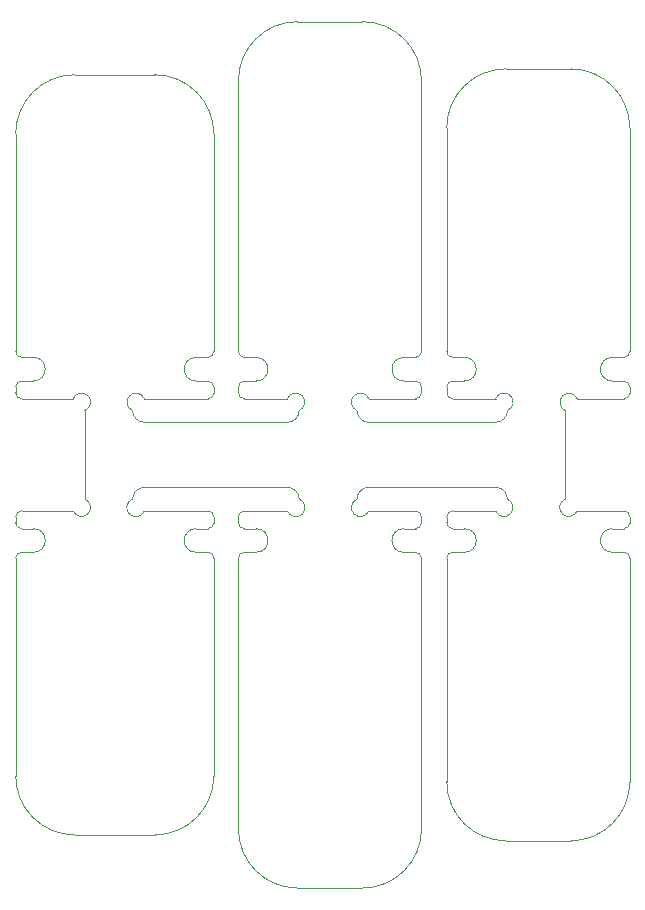
<source format=gbr>
G04 #@! TF.GenerationSoftware,KiCad,Pcbnew,9.0.2*
G04 #@! TF.CreationDate,2025-10-23T20:16:51-04:00*
G04 #@! TF.ProjectId,Trackball,54726163-6b62-4616-9c6c-2e6b69636164,rev?*
G04 #@! TF.SameCoordinates,Original*
G04 #@! TF.FileFunction,Profile,NP*
%FSLAX46Y46*%
G04 Gerber Fmt 4.6, Leading zero omitted, Abs format (unit mm)*
G04 Created by KiCad (PCBNEW 9.0.2) date 2025-10-23 20:16:51*
%MOMM*%
%LPD*%
G01*
G04 APERTURE LIST*
G04 #@! TA.AperFunction,Profile*
%ADD10C,0.050000*%
G04 #@! TD*
G04 APERTURE END LIST*
D10*
X7536092Y-90400000D02*
X7536092Y-91325102D01*
X-2823907Y-85400000D02*
G75*
G02*
X-3823907Y-86400000I-292061J-707939D01*
G01*
X-10100000Y-113328420D02*
G75*
G02*
X-15101580Y-118328421I-5000002J1D01*
G01*
X-25600001Y-90400000D02*
X-25600000Y-91325102D01*
X-29185000Y-75400000D02*
X-28185000Y-75400000D01*
X-38600000Y-85400000D02*
G75*
G02*
X-39600000Y-86400000I-291667J-708333D01*
G01*
X-25100001Y-89900000D02*
X-24100001Y-89900000D01*
X-25600001Y-86900000D02*
X-25600001Y-87399999D01*
X-10600000Y-89900000D02*
X-11600000Y-89900000D01*
X-10100000Y-90400000D02*
X-10100000Y-91325102D01*
X-25100001Y-87900000D02*
G75*
G02*
X-25600001Y-87400000I1J500001D01*
G01*
X-24100001Y-73400000D02*
G75*
G02*
X-24100001Y-75400000I0J-1000000D01*
G01*
X-6463909Y-73400000D02*
G75*
G02*
X-6463909Y-75400000I0J-1000000D01*
G01*
X-43960000Y-73400000D02*
G75*
G02*
X-44460000Y-72900000I1J500001D01*
G01*
X7536092Y-109328420D02*
X7536092Y-91325102D01*
X-25600000Y-49973318D02*
G75*
G02*
X-20601580Y-44973317I5000002J-1D01*
G01*
X-7963909Y-90400000D02*
X-7963908Y-91325102D01*
X-11600000Y-75400000D02*
X-10600000Y-75400000D01*
X-2965488Y-114326682D02*
X2534512Y-114328420D01*
X-27685000Y-72900000D02*
G75*
G02*
X-28185000Y-73400000I-500001J1D01*
G01*
X-7963909Y-86900000D02*
X-7963909Y-87400000D01*
X-7463909Y-73400000D02*
X-6463909Y-73400000D01*
X-25600000Y-113326681D02*
X-25600000Y-91325102D01*
X-43960000Y-89900000D02*
X-42960000Y-89900000D01*
X-28184999Y-86400001D02*
X-33559999Y-86400000D01*
X-20459999Y-85400000D02*
G75*
G02*
X-21459999Y-86400000I-279116J-720884D01*
G01*
X-21460000Y-76900000D02*
G75*
G02*
X-20460000Y-77900000I711937J-288063D01*
G01*
X-25100001Y-76900000D02*
G75*
G02*
X-25600001Y-76400000I1J500001D01*
G01*
X-33560000Y-78900000D02*
X-21460000Y-78900000D01*
X-29185000Y-75400000D02*
G75*
G02*
X-29185000Y-73400000I0J1000000D01*
G01*
X-15101580Y-44971580D02*
G75*
G02*
X-10100000Y-49971580I1580J-5000000D01*
G01*
X-21459999Y-86400000D02*
X-25099999Y-86400000D01*
X-7963909Y-86900000D02*
G75*
G02*
X-7463909Y-86400000I500001J-1D01*
G01*
X7536092Y-76400000D02*
G75*
G02*
X7036092Y-76899992I-499992J0D01*
G01*
X7536092Y-86900000D02*
X7536092Y-87400000D01*
X-44460000Y-86900000D02*
G75*
G02*
X-43960000Y-86400000I500001J-1D01*
G01*
X-33559999Y-86400000D02*
G75*
G02*
X-34559999Y-85400000I-722663J277337D01*
G01*
X-28185000Y-89900000D02*
G75*
G02*
X-27685000Y-90400000I-1J-500001D01*
G01*
X7536092Y-109328420D02*
G75*
G02*
X2534512Y-114328421I-5000002J1D01*
G01*
X-10600000Y-86400000D02*
X-14559999Y-86400000D01*
X-21460000Y-76900000D02*
X-25100000Y-76900000D01*
X-42960000Y-87900000D02*
G75*
G02*
X-42960000Y-89900000I0J-1000000D01*
G01*
X-20601580Y-44973318D02*
X-15101580Y-44971580D01*
X-28185000Y-89900000D02*
X-29185000Y-89900000D01*
X-3823907Y-84400000D02*
G75*
G02*
X-2823907Y-85400000I1J-999999D01*
G01*
X-28185000Y-73400000D02*
X-29185000Y-73400000D01*
X-28185000Y-86400000D02*
G75*
G02*
X-27685000Y-86900000I-1J-500001D01*
G01*
X-32685000Y-49470000D02*
G75*
G02*
X-27685000Y-54470000I0J-5000000D01*
G01*
X-27685000Y-108830000D02*
G75*
G02*
X-32685000Y-113830000I-5000000J0D01*
G01*
X-14560000Y-78900000D02*
X-3823908Y-78900000D01*
X-28185000Y-76899999D02*
X-33560000Y-76900000D01*
X7036092Y-89900000D02*
X6036092Y-89900000D01*
X-10100000Y-49971580D02*
X-10100000Y-71974898D01*
X7536092Y-53971580D02*
X7536092Y-71974898D01*
X-44460000Y-76400000D02*
X-44460000Y-75900000D01*
X-27685000Y-71400000D02*
X-27685000Y-54470000D01*
X-42960000Y-75400000D02*
X-43960000Y-75400000D01*
X-27685000Y-72900000D02*
X-27685000Y-71400000D01*
X-42960000Y-73400000D02*
G75*
G02*
X-42960000Y-75400000I0J-1000000D01*
G01*
X-43960000Y-73400000D02*
X-42960000Y-73400000D01*
X-7963908Y-109326681D02*
X-7963908Y-91325102D01*
X-38600000Y-77900000D02*
X-38600000Y-85400000D01*
X-27685000Y-76400000D02*
X-27685000Y-75900000D01*
X7036092Y-86400000D02*
G75*
G02*
X7536100Y-86900000I8J-500000D01*
G01*
X-28185000Y-75400000D02*
G75*
G02*
X-27685000Y-75900000I-1J-500001D01*
G01*
X-33559999Y-84400000D02*
X-21459999Y-84400000D01*
X-27685000Y-87400000D02*
G75*
G02*
X-28185000Y-87900000I-500001J1D01*
G01*
X7536092Y-72900000D02*
X7536092Y-71974898D01*
X-10100000Y-72900000D02*
G75*
G02*
X-10600000Y-73400000I-500001J1D01*
G01*
X-7463909Y-89900000D02*
X-6463909Y-89900000D01*
X-39460000Y-113830000D02*
G75*
G02*
X-44460000Y-108830000I0J5000000D01*
G01*
X-39600000Y-76900000D02*
G75*
G02*
X-38600000Y-77900000I717316J-282684D01*
G01*
X2534512Y-48971580D02*
G75*
G02*
X7536090Y-53971580I1578J-5000000D01*
G01*
X-10100000Y-76400000D02*
X-10100000Y-75900000D01*
X-24100001Y-87900000D02*
G75*
G02*
X-24100001Y-89900000I0J-1000000D01*
G01*
X-3823908Y-76900000D02*
X-7463908Y-76900000D01*
X-10100000Y-76400000D02*
G75*
G02*
X-10600000Y-76900000I-500001J1D01*
G01*
X-44460000Y-90400000D02*
G75*
G02*
X-43960000Y-89900000I500001J-1D01*
G01*
X-25600001Y-86900000D02*
G75*
G02*
X-25100001Y-86400000I500001J-1D01*
G01*
X-25100001Y-73400000D02*
G75*
G02*
X-25600001Y-72900000I1J500001D01*
G01*
X-33560000Y-78900000D02*
G75*
G02*
X-34560000Y-77900000I-1J999999D01*
G01*
X-11600000Y-87900000D02*
X-10600000Y-87900000D01*
X-7963908Y-53973318D02*
X-7963908Y-71974898D01*
X-7463909Y-73400000D02*
G75*
G02*
X-7963909Y-72900000I1J500001D01*
G01*
X-39460000Y-113830000D02*
X-32685000Y-113830000D01*
X-25600001Y-90400000D02*
G75*
G02*
X-25100001Y-89900000I500001J-1D01*
G01*
X-44460000Y-54470000D02*
G75*
G02*
X-39460000Y-49470000I5000000J0D01*
G01*
X-7463909Y-76900000D02*
G75*
G02*
X-7963909Y-76400000I1J500001D01*
G01*
X-20601580Y-118326682D02*
X-15101580Y-118328420D01*
X6036092Y-75400000D02*
X7036092Y-75400000D01*
X-25600001Y-76400000D02*
X-25600001Y-75900000D01*
X-14559999Y-84400000D02*
X-3823907Y-84400000D01*
X-20601580Y-118326682D02*
G75*
G02*
X-25599999Y-113326682I1582J5000001D01*
G01*
X-24100001Y-75400000D02*
X-25100001Y-75400000D01*
X-20460000Y-77900000D02*
G75*
G02*
X-21460000Y-78900000I-999999J-1D01*
G01*
X-2965488Y-48973318D02*
X2534512Y-48971580D01*
X-2965488Y-114326682D02*
G75*
G02*
X-7963907Y-109326682I1582J5000001D01*
G01*
X-7963909Y-72900000D02*
X-7963908Y-71974898D01*
X-7963909Y-90400000D02*
G75*
G02*
X-7463909Y-89900000I500001J-1D01*
G01*
X3076093Y-86400000D02*
G75*
G02*
X2076092Y-85399996I-708733J291270D01*
G01*
X-25600000Y-49973319D02*
X-25600000Y-71974898D01*
X-6463909Y-87900000D02*
G75*
G02*
X-6463909Y-89900000I0J-1000000D01*
G01*
X-10600000Y-73400000D02*
X-11600000Y-73400000D01*
X-10100000Y-113328420D02*
X-10100000Y-91325102D01*
X-14559999Y-86400000D02*
G75*
G02*
X-15559999Y-85400000I-713734J286266D01*
G01*
X-10600000Y-75400000D02*
G75*
G02*
X-10100000Y-75900000I-1J-500001D01*
G01*
X-43960000Y-76900000D02*
G75*
G02*
X-44460000Y-76400000I1J500001D01*
G01*
X7036091Y-76900000D02*
X3076092Y-76900000D01*
X7536092Y-87400000D02*
G75*
G02*
X7036092Y-87899992I-499992J0D01*
G01*
X-3823907Y-86400000D02*
X-7463907Y-86400000D01*
X-11600000Y-89900000D02*
G75*
G02*
X-11600000Y-87900000I0J1000000D01*
G01*
X-14560000Y-78900000D02*
G75*
G02*
X-15560000Y-77900000I-1J999999D01*
G01*
X7536092Y-76400000D02*
X7536092Y-75900000D01*
X-10600000Y-89900000D02*
G75*
G02*
X-10100000Y-90400000I-1J-500001D01*
G01*
X-43959999Y-86400000D02*
X-39600000Y-86400000D01*
X-25100001Y-73400000D02*
X-24100001Y-73400000D01*
X-6463909Y-75400000D02*
X-7463909Y-75400000D01*
X-10100000Y-86900000D02*
X-10100000Y-87400000D01*
X-44460000Y-86900000D02*
X-44460000Y-87400000D01*
X6036092Y-87900000D02*
X7036092Y-87900000D01*
X-15560000Y-77900000D02*
G75*
G02*
X-14560000Y-76900000I286267J713733D01*
G01*
X-29185000Y-89900000D02*
G75*
G02*
X-29185000Y-87900000I0J1000000D01*
G01*
X7036092Y-75400000D02*
G75*
G02*
X7536100Y-75900000I8J-500000D01*
G01*
X-7963908Y-53973318D02*
G75*
G02*
X-2965488Y-48973317I5000002J-1D01*
G01*
X-27685000Y-76400000D02*
G75*
G02*
X-28185000Y-76900000I-500001J1D01*
G01*
X7036092Y-89900000D02*
G75*
G02*
X7536100Y-90400000I8J-500000D01*
G01*
X-43959999Y-76900000D02*
X-39600000Y-76900000D01*
X-29185000Y-87900000D02*
X-28185000Y-87900000D01*
X-34559999Y-85400000D02*
G75*
G02*
X-33559999Y-84400000I999999J1D01*
G01*
X-7963909Y-76400000D02*
X-7963909Y-75900000D01*
X-15559999Y-85400000D02*
G75*
G02*
X-14559999Y-84400000I999999J1D01*
G01*
X-25600001Y-72900000D02*
X-25600000Y-71974898D01*
X-44460000Y-91901535D02*
X-44460000Y-108830000D01*
X-10100000Y-72900000D02*
X-10100000Y-71974898D01*
X-42960000Y-87900000D02*
X-43960000Y-87900000D01*
X7036092Y-73400000D02*
X6036092Y-73400000D01*
X-34560000Y-77900000D02*
G75*
G02*
X-33560000Y-76900000I286267J713733D01*
G01*
X-44460000Y-75900000D02*
G75*
G02*
X-43960000Y-75400000I500001J-1D01*
G01*
X-43960000Y-87900000D02*
G75*
G02*
X-44460000Y-87400000I1J500001D01*
G01*
X-21459999Y-84400000D02*
G75*
G02*
X-20459999Y-85400000I1J-999999D01*
G01*
X-25600001Y-75900000D02*
G75*
G02*
X-25100001Y-75400000I500001J-1D01*
G01*
X-6463909Y-87900000D02*
X-7463909Y-87900000D01*
X-10600000Y-86400000D02*
G75*
G02*
X-10100000Y-86900000I-1J-500001D01*
G01*
X6036092Y-89900000D02*
G75*
G02*
X6036092Y-87900000I-2J1000000D01*
G01*
X-39460000Y-49470000D02*
X-32685000Y-49470000D01*
X7036092Y-86400000D02*
X3076093Y-86400000D01*
X-10600001Y-76900000D02*
X-14560000Y-76900000D01*
X-44460000Y-72900000D02*
X-44460000Y-54470000D01*
X7536092Y-72900000D02*
G75*
G02*
X7036092Y-73399992I-499992J0D01*
G01*
X-24100001Y-87900000D02*
X-25100001Y-87900000D01*
X-44460000Y-90400000D02*
X-44460000Y-91900000D01*
X2076092Y-77900000D02*
X2076093Y-85400000D01*
X-3823908Y-76900000D02*
G75*
G02*
X-2823908Y-77900000I716925J-283075D01*
G01*
X2076092Y-77900000D02*
G75*
G02*
X3076092Y-76900000I300343J699657D01*
G01*
X-11600000Y-75400000D02*
G75*
G02*
X-11600000Y-73400000I0J1000000D01*
G01*
X-7963909Y-75900000D02*
G75*
G02*
X-7463909Y-75400000I500001J-1D01*
G01*
X-27677929Y-90400000D02*
X-27685000Y-108830000D01*
X6036092Y-75400000D02*
G75*
G02*
X6036092Y-73400000I-2J1000000D01*
G01*
X-7463909Y-87900000D02*
G75*
G02*
X-7963909Y-87400000I1J500001D01*
G01*
X-27685000Y-86900000D02*
X-27685000Y-87400000D01*
X-10100000Y-87400000D02*
G75*
G02*
X-10600000Y-87900000I-500001J1D01*
G01*
X-2823908Y-77900000D02*
G75*
G02*
X-3823908Y-78900000I-999999J-1D01*
G01*
M02*

</source>
